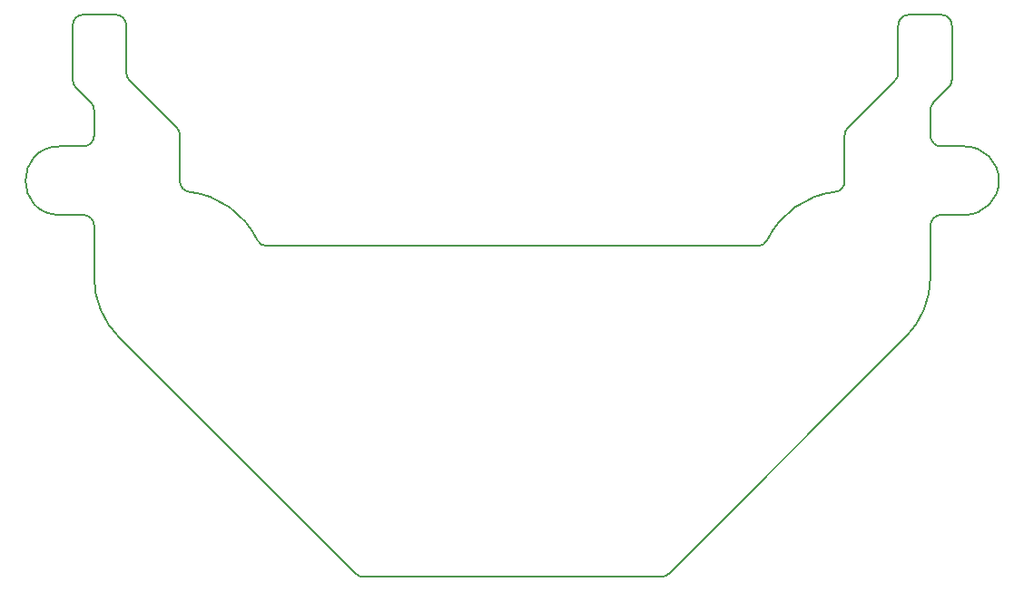
<source format=gbr>
%TF.GenerationSoftware,KiCad,Pcbnew,8.0.1*%
%TF.CreationDate,2024-04-25T23:19:35+09:00*%
%TF.ProjectId,Kicker-20240411,4b69636b-6572-42d3-9230-323430343131,rev?*%
%TF.SameCoordinates,Original*%
%TF.FileFunction,Profile,NP*%
%FSLAX46Y46*%
G04 Gerber Fmt 4.6, Leading zero omitted, Abs format (unit mm)*
G04 Created by KiCad (PCBNEW 8.0.1) date 2024-04-25 23:19:35*
%MOMM*%
%LPD*%
G01*
G04 APERTURE LIST*
%TA.AperFunction,Profile*%
%ADD10C,0.200000*%
%TD*%
G04 APERTURE END LIST*
D10*
X73888884Y-87149537D02*
G75*
G02*
X73000060Y-86155729I111216J993837D01*
G01*
X143292890Y-78807108D02*
X144707103Y-77392894D01*
X146199996Y-82900001D02*
G75*
G02*
X146199996Y-89299999I4J-3199999D01*
G01*
X64999996Y-81900001D02*
G75*
G02*
X63999996Y-82899996I-999996J1D01*
G01*
X63292946Y-77392951D02*
X64707046Y-78807052D01*
X144999997Y-76685801D02*
X144999997Y-71600001D01*
X139999997Y-76028901D02*
G75*
G02*
X139704444Y-76738739I-1000197J1D01*
G01*
X72707173Y-81150325D02*
X68292873Y-76736024D01*
X126883496Y-92211112D02*
X81116396Y-92211112D01*
X127785386Y-91643211D02*
G75*
G02*
X126883496Y-92211102I-901886J432211D01*
G01*
X143999996Y-89300001D02*
X146199996Y-89300001D01*
X64999995Y-90300001D02*
X64999995Y-95100001D01*
X146199996Y-82900001D02*
X143999996Y-82900001D01*
X61799996Y-89300001D02*
X63999996Y-89300001D01*
X68292873Y-76736024D02*
G75*
G02*
X68000015Y-76028933I707027J707024D01*
G01*
X72999996Y-86155729D02*
X72999996Y-81851825D01*
X61799996Y-89300001D02*
G75*
G02*
X61799996Y-82899999I4J3200001D01*
G01*
X63999996Y-89300001D02*
G75*
G02*
X64999999Y-90300001I4J-999999D01*
G01*
X127785387Y-91643211D02*
G75*
G02*
X134111108Y-87149534I7214613J-3456789D01*
G01*
X142999997Y-95100001D02*
G75*
G02*
X140656850Y-100756854I-7999997J1D01*
G01*
X72707173Y-81150325D02*
G75*
G02*
X73000037Y-81851825I-707073J-707075D01*
G01*
X81116396Y-92211112D02*
G75*
G02*
X80214625Y-91643202I4J999912D01*
G01*
X143999996Y-70600001D02*
X140999996Y-70600001D01*
X90100496Y-123100001D02*
X117899496Y-123100001D01*
X66999996Y-70600001D02*
G75*
G02*
X67999999Y-71600001I4J-999999D01*
G01*
X63999996Y-82900001D02*
X61799996Y-82900001D01*
X118606601Y-122807105D02*
G75*
G02*
X117899496Y-123099994I-707101J707105D01*
G01*
X63292947Y-77392950D02*
G75*
G02*
X63000012Y-76685787I707553J707350D01*
G01*
X90100496Y-123100001D02*
G75*
G02*
X89393392Y-122807106I4J1000001D01*
G01*
X67999995Y-76028933D02*
X67999995Y-71600001D01*
X142999997Y-95100001D02*
X142999997Y-90300001D01*
X139704424Y-76738719D02*
X135287401Y-81155743D01*
X144999997Y-76685801D02*
G75*
G02*
X144707088Y-77392879I-999897J1D01*
G01*
X67343143Y-100756855D02*
G75*
G02*
X64999997Y-95100001I5656857J5656855D01*
G01*
X62999995Y-71600001D02*
G75*
G02*
X63999996Y-70599995I1000005J1D01*
G01*
X66999996Y-70600001D02*
X63999996Y-70600001D01*
X134999996Y-86155701D02*
G75*
G02*
X134111114Y-87149593I-1000096J1D01*
G01*
X64707046Y-78807052D02*
G75*
G02*
X65000010Y-79514215I-707446J-707348D01*
G01*
X143999996Y-82900001D02*
G75*
G02*
X142999999Y-81900001I4J1000001D01*
G01*
X139999997Y-71600001D02*
X139999997Y-76028901D01*
X64999996Y-79514215D02*
X64999996Y-81900001D01*
X143999996Y-70600001D02*
G75*
G02*
X144999999Y-71600001I4J-999999D01*
G01*
X134999996Y-81857501D02*
G75*
G02*
X135287409Y-81155751I1000404J1D01*
G01*
X134999996Y-81857501D02*
X134999996Y-86155701D01*
X73888884Y-87149538D02*
G75*
G02*
X80214608Y-91643210I-888884J-7950462D01*
G01*
X142999996Y-79514201D02*
G75*
G02*
X143292902Y-78807120I999904J1D01*
G01*
X142999997Y-90300001D02*
G75*
G02*
X143999996Y-89299997I1000003J1D01*
G01*
X67343142Y-100756856D02*
X89393392Y-122807106D01*
X142999996Y-81900001D02*
X142999996Y-79514201D01*
X62999995Y-71600001D02*
X62999995Y-76685787D01*
X139999997Y-71600001D02*
G75*
G02*
X140999996Y-70599997I1000003J1D01*
G01*
X118606601Y-122807105D02*
X140656851Y-100756855D01*
M02*

</source>
